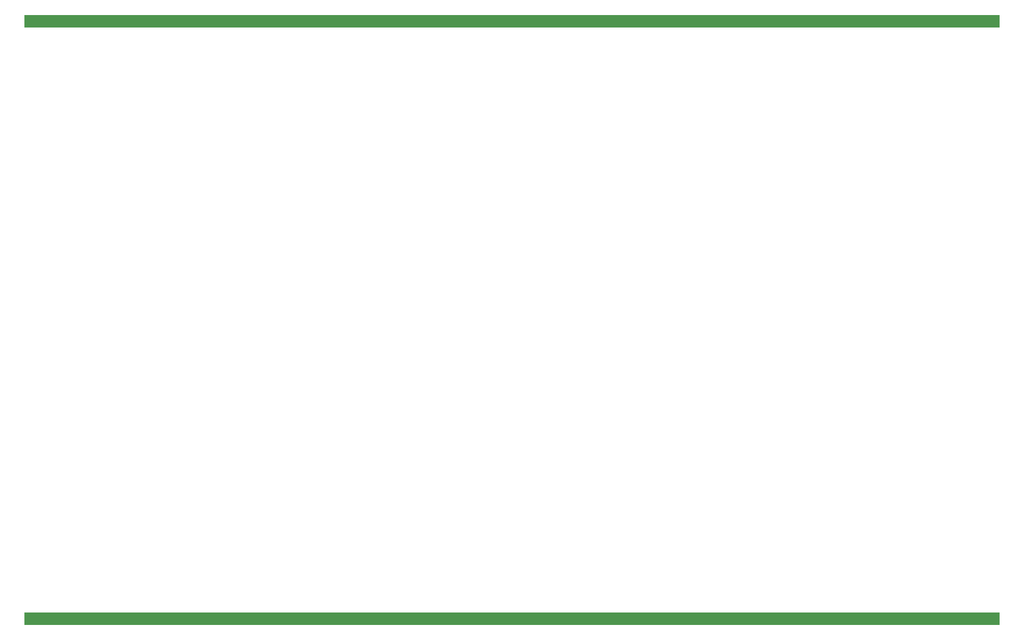
<source format=gbp>
G04 (created by PCBNEW (2013-07-07 BZR 4022)-stable) date 18.10.2013 17:48:29*
%MOIN*%
G04 Gerber Fmt 3.4, Leading zero omitted, Abs format*
%FSLAX34Y34*%
G01*
G70*
G90*
G04 APERTURE LIST*
%ADD10C,0.00590551*%
%ADD11R,6.25984X0.0787402*%
G04 APERTURE END LIST*
G54D10*
G54D11*
X51181Y-58543D03*
X51181Y-20196D03*
M02*

</source>
